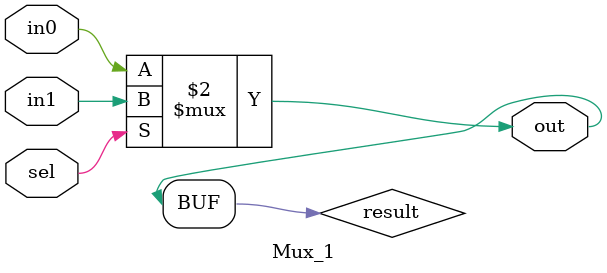
<source format=v>

module Mux_1( out, in0, in1, sel ) ;

output  out ;
input   in0, in1, sel ;
wire    result ;

assign  result = ( sel == 1'b0 ) ? in0 : in1 ;
assign  out = result ;
 
endmodule

</source>
